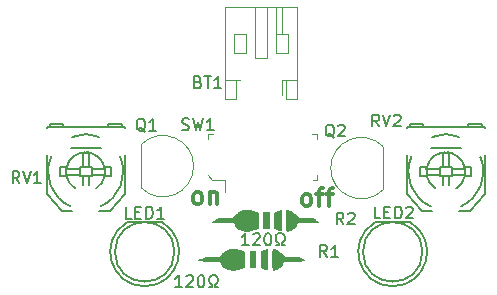
<source format=gbr>
G04 #@! TF.FileFunction,Legend,Top*
%FSLAX46Y46*%
G04 Gerber Fmt 4.6, Leading zero omitted, Abs format (unit mm)*
G04 Created by KiCad (PCBNEW 4.0.7-e2-6376~58~ubuntu16.04.1) date Thu Nov 30 13:22:26 2017*
%MOMM*%
%LPD*%
G01*
G04 APERTURE LIST*
%ADD10C,0.020000*%
%ADD11C,0.300000*%
%ADD12C,0.150000*%
%ADD13C,0.120000*%
%ADD14C,0.100000*%
G04 APERTURE END LIST*
D10*
D11*
X153160715Y-80219571D02*
X153017857Y-80148143D01*
X152946429Y-80076714D01*
X152875000Y-79933857D01*
X152875000Y-79505286D01*
X152946429Y-79362429D01*
X153017857Y-79291000D01*
X153160715Y-79219571D01*
X153375000Y-79219571D01*
X153517857Y-79291000D01*
X153589286Y-79362429D01*
X153660715Y-79505286D01*
X153660715Y-79933857D01*
X153589286Y-80076714D01*
X153517857Y-80148143D01*
X153375000Y-80219571D01*
X153160715Y-80219571D01*
X154089286Y-79219571D02*
X154660715Y-79219571D01*
X154303572Y-80219571D02*
X154303572Y-78933857D01*
X154375000Y-78791000D01*
X154517858Y-78719571D01*
X154660715Y-78719571D01*
X154946429Y-79219571D02*
X155517858Y-79219571D01*
X155160715Y-80219571D02*
X155160715Y-78933857D01*
X155232143Y-78791000D01*
X155375001Y-78719571D01*
X155517858Y-78719571D01*
X143929286Y-80064571D02*
X143786428Y-79993143D01*
X143715000Y-79921714D01*
X143643571Y-79778857D01*
X143643571Y-79350286D01*
X143715000Y-79207429D01*
X143786428Y-79136000D01*
X143929286Y-79064571D01*
X144143571Y-79064571D01*
X144286428Y-79136000D01*
X144357857Y-79207429D01*
X144429286Y-79350286D01*
X144429286Y-79778857D01*
X144357857Y-79921714D01*
X144286428Y-79993143D01*
X144143571Y-80064571D01*
X143929286Y-80064571D01*
X145072143Y-79064571D02*
X145072143Y-80064571D01*
X145072143Y-79207429D02*
X145143571Y-79136000D01*
X145286429Y-79064571D01*
X145500714Y-79064571D01*
X145643571Y-79136000D01*
X145715000Y-79278857D01*
X145715000Y-80064571D01*
D10*
G36*
X150479258Y-83829448D02*
X150560116Y-83837928D01*
X150650115Y-83862071D01*
X150746035Y-83899923D01*
X150844654Y-83949535D01*
X150942754Y-84008957D01*
X151037113Y-84076236D01*
X151124510Y-84149423D01*
X151201726Y-84226566D01*
X151265539Y-84305715D01*
X151432663Y-84542824D01*
X152133541Y-84542824D01*
X152349067Y-84543399D01*
X152516621Y-84545775D01*
X152642963Y-84550929D01*
X152734856Y-84559839D01*
X152799059Y-84573481D01*
X152842336Y-84592833D01*
X152871448Y-84618871D01*
X152893156Y-84652573D01*
X152920974Y-84726809D01*
X152920974Y-84797839D01*
X152893156Y-84872074D01*
X152871351Y-84905852D01*
X152841866Y-84931933D01*
X152797656Y-84951309D01*
X152731681Y-84964969D01*
X152636896Y-84973902D01*
X152506260Y-84979100D01*
X152332730Y-84981552D01*
X152109262Y-84982248D01*
X151384100Y-84982666D01*
X151262297Y-85196008D01*
X151206445Y-85280404D01*
X151139275Y-85356816D01*
X151059169Y-85426656D01*
X150964510Y-85491335D01*
X150853679Y-85552264D01*
X150759945Y-85599141D01*
X150679131Y-85638553D01*
X150610279Y-85668941D01*
X150552434Y-85688748D01*
X150504638Y-85696413D01*
X150465934Y-85690377D01*
X150435366Y-85669083D01*
X150411977Y-85630970D01*
X150394811Y-85574481D01*
X150382910Y-85498055D01*
X150375319Y-85400134D01*
X150371080Y-85279160D01*
X150369236Y-85133572D01*
X150368832Y-84961813D01*
X150368910Y-84762322D01*
X150369131Y-84517994D01*
X150370189Y-84320482D01*
X150372669Y-84164815D01*
X150377161Y-84046026D01*
X150384251Y-83959145D01*
X150394528Y-83899203D01*
X150408579Y-83861232D01*
X150426993Y-83840261D01*
X150450356Y-83831323D01*
X150479258Y-83829448D01*
X150479258Y-83829448D01*
G37*
G36*
X149657177Y-83943730D02*
X149768548Y-83900226D01*
X149867748Y-83869542D01*
X149943975Y-83854493D01*
X149986424Y-83857896D01*
X149996907Y-83881522D01*
X150006307Y-83936037D01*
X150014596Y-84017320D01*
X150021747Y-84121251D01*
X150027731Y-84243710D01*
X150032521Y-84380577D01*
X150036089Y-84527733D01*
X150038409Y-84681056D01*
X150039452Y-84836427D01*
X150039190Y-84989727D01*
X150037596Y-85136834D01*
X150034642Y-85273628D01*
X150030301Y-85395991D01*
X150024545Y-85499801D01*
X150017346Y-85580939D01*
X150008677Y-85635284D01*
X149998511Y-85658717D01*
X149959803Y-85659094D01*
X149884832Y-85641727D01*
X149784402Y-85609658D01*
X149669315Y-85565929D01*
X149381273Y-85448253D01*
X149381219Y-84755359D01*
X149381165Y-84062462D01*
X149657177Y-83943730D01*
X149657177Y-83943730D01*
G37*
G36*
X148722671Y-84048949D02*
X148997048Y-84048949D01*
X148997048Y-84762322D01*
X148997048Y-85475699D01*
X148722671Y-85475699D01*
X148448302Y-85475699D01*
X148448302Y-84762322D01*
X148448302Y-84048949D01*
X148722671Y-84048949D01*
X148722671Y-84048949D01*
G37*
G36*
X144453411Y-84608670D02*
X144484918Y-84591092D01*
X144541648Y-84576267D01*
X144623813Y-84564179D01*
X144731628Y-84554809D01*
X144865305Y-84548139D01*
X145025057Y-84544150D01*
X145211098Y-84542824D01*
X145902926Y-84542824D01*
X146071160Y-84304147D01*
X146131746Y-84225172D01*
X146197048Y-84153396D01*
X146266984Y-84088839D01*
X146341472Y-84031517D01*
X146420429Y-83981449D01*
X146503775Y-83938653D01*
X146591426Y-83903145D01*
X146683301Y-83874945D01*
X146779317Y-83854070D01*
X146879392Y-83840538D01*
X146983444Y-83834366D01*
X147091392Y-83835574D01*
X147203152Y-83844178D01*
X147318644Y-83860196D01*
X147437784Y-83883646D01*
X147560490Y-83914546D01*
X147686682Y-83952915D01*
X148061732Y-84076394D01*
X148062948Y-84769812D01*
X148064173Y-85463242D01*
X147913209Y-85491690D01*
X147835140Y-85510043D01*
X147734126Y-85538983D01*
X147623208Y-85574538D01*
X147515428Y-85612734D01*
X147420063Y-85643363D01*
X147321220Y-85665459D01*
X147219807Y-85679297D01*
X147116732Y-85685156D01*
X147012902Y-85683313D01*
X146909225Y-85674046D01*
X146806609Y-85657631D01*
X146705961Y-85634346D01*
X146608190Y-85604469D01*
X146514203Y-85568276D01*
X146424908Y-85526046D01*
X146341212Y-85478056D01*
X146264023Y-85424582D01*
X146194250Y-85365903D01*
X146132799Y-85302296D01*
X146080579Y-85234038D01*
X146038498Y-85161407D01*
X145951492Y-84984319D01*
X145226339Y-84983070D01*
X145005346Y-84982090D01*
X144832959Y-84979395D01*
X144702481Y-84974064D01*
X144607216Y-84965178D01*
X144540469Y-84951815D01*
X144495542Y-84933058D01*
X144465739Y-84907985D01*
X144444365Y-84875678D01*
X144396240Y-84763535D01*
X144398957Y-84683307D01*
X144453411Y-84608670D01*
X144453411Y-84608670D01*
G37*
G36*
X151629258Y-80529448D02*
X151710116Y-80537928D01*
X151800115Y-80562071D01*
X151896035Y-80599923D01*
X151994654Y-80649535D01*
X152092754Y-80708957D01*
X152187113Y-80776236D01*
X152274510Y-80849423D01*
X152351726Y-80926566D01*
X152415539Y-81005715D01*
X152582663Y-81242824D01*
X153283541Y-81242824D01*
X153499067Y-81243399D01*
X153666621Y-81245775D01*
X153792963Y-81250929D01*
X153884856Y-81259839D01*
X153949059Y-81273481D01*
X153992336Y-81292833D01*
X154021448Y-81318871D01*
X154043156Y-81352573D01*
X154070974Y-81426809D01*
X154070974Y-81497839D01*
X154043156Y-81572074D01*
X154021351Y-81605852D01*
X153991866Y-81631933D01*
X153947656Y-81651309D01*
X153881681Y-81664969D01*
X153786896Y-81673902D01*
X153656260Y-81679100D01*
X153482730Y-81681552D01*
X153259262Y-81682248D01*
X152534100Y-81682666D01*
X152412297Y-81896008D01*
X152356445Y-81980404D01*
X152289275Y-82056816D01*
X152209169Y-82126656D01*
X152114510Y-82191335D01*
X152003679Y-82252264D01*
X151909945Y-82299141D01*
X151829131Y-82338553D01*
X151760279Y-82368941D01*
X151702434Y-82388748D01*
X151654638Y-82396413D01*
X151615934Y-82390377D01*
X151585366Y-82369083D01*
X151561977Y-82330970D01*
X151544811Y-82274481D01*
X151532910Y-82198055D01*
X151525319Y-82100134D01*
X151521080Y-81979160D01*
X151519236Y-81833572D01*
X151518832Y-81661813D01*
X151518910Y-81462322D01*
X151519131Y-81217994D01*
X151520189Y-81020482D01*
X151522669Y-80864815D01*
X151527161Y-80746026D01*
X151534251Y-80659145D01*
X151544528Y-80599203D01*
X151558579Y-80561232D01*
X151576993Y-80540261D01*
X151600356Y-80531323D01*
X151629258Y-80529448D01*
X151629258Y-80529448D01*
G37*
G36*
X150807177Y-80643730D02*
X150918548Y-80600226D01*
X151017748Y-80569542D01*
X151093975Y-80554493D01*
X151136424Y-80557896D01*
X151146907Y-80581522D01*
X151156307Y-80636037D01*
X151164596Y-80717320D01*
X151171747Y-80821251D01*
X151177731Y-80943710D01*
X151182521Y-81080577D01*
X151186089Y-81227733D01*
X151188409Y-81381056D01*
X151189452Y-81536427D01*
X151189190Y-81689727D01*
X151187596Y-81836834D01*
X151184642Y-81973628D01*
X151180301Y-82095991D01*
X151174545Y-82199801D01*
X151167346Y-82280939D01*
X151158677Y-82335284D01*
X151148511Y-82358717D01*
X151109803Y-82359094D01*
X151034832Y-82341727D01*
X150934402Y-82309658D01*
X150819315Y-82265929D01*
X150531273Y-82148253D01*
X150531219Y-81455359D01*
X150531165Y-80762462D01*
X150807177Y-80643730D01*
X150807177Y-80643730D01*
G37*
G36*
X149872671Y-80748949D02*
X150147048Y-80748949D01*
X150147048Y-81462322D01*
X150147048Y-82175699D01*
X149872671Y-82175699D01*
X149598302Y-82175699D01*
X149598302Y-81462322D01*
X149598302Y-80748949D01*
X149872671Y-80748949D01*
X149872671Y-80748949D01*
G37*
G36*
X145603411Y-81308670D02*
X145634918Y-81291092D01*
X145691648Y-81276267D01*
X145773813Y-81264179D01*
X145881628Y-81254809D01*
X146015305Y-81248139D01*
X146175057Y-81244150D01*
X146361098Y-81242824D01*
X147052926Y-81242824D01*
X147221160Y-81004147D01*
X147281746Y-80925172D01*
X147347048Y-80853396D01*
X147416984Y-80788839D01*
X147491472Y-80731517D01*
X147570429Y-80681449D01*
X147653775Y-80638653D01*
X147741426Y-80603145D01*
X147833301Y-80574945D01*
X147929317Y-80554070D01*
X148029392Y-80540538D01*
X148133444Y-80534366D01*
X148241392Y-80535574D01*
X148353152Y-80544178D01*
X148468644Y-80560196D01*
X148587784Y-80583646D01*
X148710490Y-80614546D01*
X148836682Y-80652915D01*
X149211732Y-80776394D01*
X149212948Y-81469812D01*
X149214173Y-82163242D01*
X149063209Y-82191690D01*
X148985140Y-82210043D01*
X148884126Y-82238983D01*
X148773208Y-82274538D01*
X148665428Y-82312734D01*
X148570063Y-82343363D01*
X148471220Y-82365459D01*
X148369807Y-82379297D01*
X148266732Y-82385156D01*
X148162902Y-82383313D01*
X148059225Y-82374046D01*
X147956609Y-82357631D01*
X147855961Y-82334346D01*
X147758190Y-82304469D01*
X147664203Y-82268276D01*
X147574908Y-82226046D01*
X147491212Y-82178056D01*
X147414023Y-82124582D01*
X147344250Y-82065903D01*
X147282799Y-82002296D01*
X147230579Y-81934038D01*
X147188498Y-81861407D01*
X147101492Y-81684319D01*
X146376339Y-81683070D01*
X146155346Y-81682090D01*
X145982959Y-81679395D01*
X145852481Y-81674064D01*
X145757216Y-81665178D01*
X145690469Y-81651815D01*
X145645542Y-81633058D01*
X145615739Y-81607985D01*
X145594365Y-81575678D01*
X145546240Y-81463535D01*
X145548957Y-81383307D01*
X145603411Y-81308670D01*
X145603411Y-81308670D01*
G37*
D12*
X138028096Y-81608112D02*
G75*
G03X141053000Y-81593000I1524904J-2484888D01*
G01*
X138053000Y-81593000D02*
X141053000Y-81593000D01*
X142070936Y-84093000D02*
G75*
G03X142070936Y-84093000I-2517936J0D01*
G01*
X159028096Y-81608112D02*
G75*
G03X162053000Y-81593000I1524904J-2484888D01*
G01*
X159053000Y-81593000D02*
X162053000Y-81593000D01*
X163070936Y-84093000D02*
G75*
G03X163070936Y-84093000I-2517936J0D01*
G01*
X134807640Y-77703360D02*
X134807640Y-78465360D01*
X134299640Y-77703360D02*
X134299640Y-78465360D01*
X134807640Y-75671360D02*
G75*
G03X132902640Y-77068360I-254000J-1651000D01*
G01*
X136204640Y-77195360D02*
G75*
G03X134426640Y-75671360I-1651000J-127000D01*
G01*
X133156640Y-76433360D02*
G75*
G03X133664640Y-78719360I1397000J-889000D01*
G01*
X135442640Y-78719360D02*
G75*
G03X135950640Y-76433360I-889000J1397000D01*
G01*
X137855640Y-73512360D02*
X137855640Y-73639360D01*
X137855640Y-77322360D02*
X137855640Y-75925360D01*
X131251640Y-73512360D02*
X131251640Y-73639360D01*
X131251640Y-77322360D02*
X131251640Y-75925360D01*
X135696640Y-74401360D02*
X135315640Y-74274360D01*
X135315640Y-74274360D02*
X134553640Y-74147360D01*
X134553640Y-74147360D02*
X133791640Y-74274360D01*
X133791640Y-74274360D02*
X133410640Y-74401360D01*
X135823640Y-75290360D02*
X133283640Y-75290360D01*
X131632640Y-76052360D02*
G75*
G03X133283640Y-80243360I2921000J-1270000D01*
G01*
X135823640Y-80243360D02*
G75*
G03X137474640Y-76052360I-1270000J2921000D01*
G01*
X132521640Y-80624360D02*
X133410640Y-80624360D01*
X135696640Y-80624360D02*
X136585640Y-80624360D01*
X132902640Y-77703360D02*
X132394640Y-77703360D01*
X132394640Y-77703360D02*
X132394640Y-76941360D01*
X132394640Y-76941360D02*
X132902640Y-76941360D01*
X136204640Y-77703360D02*
X136712640Y-77703360D01*
X136712640Y-77703360D02*
X136712640Y-76941360D01*
X136712640Y-76941360D02*
X136204640Y-76941360D01*
X134045640Y-77068360D02*
X132902640Y-77068360D01*
X134045640Y-77576360D02*
X132902640Y-77576360D01*
X135061640Y-77068360D02*
X136204640Y-77068360D01*
X135061640Y-77576360D02*
X136204640Y-77576360D01*
X134299640Y-76941360D02*
X134299640Y-75671360D01*
X134807640Y-76941360D02*
X134807640Y-75671360D01*
X135061640Y-77703360D02*
X135061640Y-76941360D01*
X135061640Y-76941360D02*
X134045640Y-76941360D01*
X134045640Y-76941360D02*
X134045640Y-77703360D01*
X134045640Y-77703360D02*
X135061640Y-77703360D01*
X136585640Y-80624360D02*
X137855640Y-79227360D01*
X137855640Y-79227360D02*
X137855640Y-77322360D01*
X132521640Y-80624360D02*
X131251640Y-79227360D01*
X131251640Y-79227360D02*
X131251640Y-77322360D01*
X131505640Y-73512360D02*
X131505640Y-73258360D01*
X131505640Y-73258360D02*
X132648640Y-73258360D01*
X132648640Y-73258360D02*
X132648640Y-73512360D01*
X137601640Y-73512360D02*
X137601640Y-73258360D01*
X137601640Y-73258360D02*
X136458640Y-73258360D01*
X136458640Y-73258360D02*
X136458640Y-73512360D01*
X137855640Y-73512360D02*
X131251640Y-73512360D01*
X165307640Y-77703360D02*
X165307640Y-78465360D01*
X164799640Y-77703360D02*
X164799640Y-78465360D01*
X165307640Y-75671360D02*
G75*
G03X163402640Y-77068360I-254000J-1651000D01*
G01*
X166704640Y-77195360D02*
G75*
G03X164926640Y-75671360I-1651000J-127000D01*
G01*
X163656640Y-76433360D02*
G75*
G03X164164640Y-78719360I1397000J-889000D01*
G01*
X165942640Y-78719360D02*
G75*
G03X166450640Y-76433360I-889000J1397000D01*
G01*
X168355640Y-73512360D02*
X168355640Y-73639360D01*
X168355640Y-77322360D02*
X168355640Y-75925360D01*
X161751640Y-73512360D02*
X161751640Y-73639360D01*
X161751640Y-77322360D02*
X161751640Y-75925360D01*
X166196640Y-74401360D02*
X165815640Y-74274360D01*
X165815640Y-74274360D02*
X165053640Y-74147360D01*
X165053640Y-74147360D02*
X164291640Y-74274360D01*
X164291640Y-74274360D02*
X163910640Y-74401360D01*
X166323640Y-75290360D02*
X163783640Y-75290360D01*
X162132640Y-76052360D02*
G75*
G03X163783640Y-80243360I2921000J-1270000D01*
G01*
X166323640Y-80243360D02*
G75*
G03X167974640Y-76052360I-1270000J2921000D01*
G01*
X163021640Y-80624360D02*
X163910640Y-80624360D01*
X166196640Y-80624360D02*
X167085640Y-80624360D01*
X163402640Y-77703360D02*
X162894640Y-77703360D01*
X162894640Y-77703360D02*
X162894640Y-76941360D01*
X162894640Y-76941360D02*
X163402640Y-76941360D01*
X166704640Y-77703360D02*
X167212640Y-77703360D01*
X167212640Y-77703360D02*
X167212640Y-76941360D01*
X167212640Y-76941360D02*
X166704640Y-76941360D01*
X164545640Y-77068360D02*
X163402640Y-77068360D01*
X164545640Y-77576360D02*
X163402640Y-77576360D01*
X165561640Y-77068360D02*
X166704640Y-77068360D01*
X165561640Y-77576360D02*
X166704640Y-77576360D01*
X164799640Y-76941360D02*
X164799640Y-75671360D01*
X165307640Y-76941360D02*
X165307640Y-75671360D01*
X165561640Y-77703360D02*
X165561640Y-76941360D01*
X165561640Y-76941360D02*
X164545640Y-76941360D01*
X164545640Y-76941360D02*
X164545640Y-77703360D01*
X164545640Y-77703360D02*
X165561640Y-77703360D01*
X167085640Y-80624360D02*
X168355640Y-79227360D01*
X168355640Y-79227360D02*
X168355640Y-77322360D01*
X163021640Y-80624360D02*
X161751640Y-79227360D01*
X161751640Y-79227360D02*
X161751640Y-77322360D01*
X162005640Y-73512360D02*
X162005640Y-73258360D01*
X162005640Y-73258360D02*
X163148640Y-73258360D01*
X163148640Y-73258360D02*
X163148640Y-73512360D01*
X168101640Y-73512360D02*
X168101640Y-73258360D01*
X168101640Y-73258360D02*
X166958640Y-73258360D01*
X166958640Y-73258360D02*
X166958640Y-73512360D01*
X168355640Y-73512360D02*
X161751640Y-73512360D01*
X154198000Y-81573000D02*
X153563000Y-81573000D01*
X145943000Y-81573000D02*
X145308000Y-81573000D01*
D13*
X139253000Y-75043000D02*
X139253000Y-78643000D01*
X139264522Y-75004522D02*
G75*
G02X143703000Y-76843000I1838478J-1838478D01*
G01*
X139264522Y-78681478D02*
G75*
G03X143703000Y-76843000I1838478J1838478D01*
G01*
X159753000Y-78803000D02*
X159753000Y-75203000D01*
X159741478Y-78841478D02*
G75*
G02X155303000Y-77003000I-1838478J1838478D01*
G01*
X159741478Y-75164522D02*
G75*
G03X155303000Y-77003000I-1838478J-1838478D01*
G01*
D12*
X144158000Y-84773000D02*
X144793000Y-84773000D01*
X152413000Y-84773000D02*
X153048000Y-84773000D01*
D13*
X149903000Y-63373000D02*
X149903000Y-67723000D01*
X149903000Y-67723000D02*
X148903000Y-67723000D01*
X148903000Y-67723000D02*
X148903000Y-63373000D01*
X151203000Y-69573000D02*
X151553000Y-69573000D01*
X151553000Y-69573000D02*
X151553000Y-71173000D01*
X151553000Y-71173000D02*
X152453000Y-71173000D01*
X152453000Y-71173000D02*
X152453000Y-63373000D01*
X152453000Y-63373000D02*
X146353000Y-63373000D01*
X146353000Y-63373000D02*
X146353000Y-71173000D01*
X146353000Y-71173000D02*
X147253000Y-71173000D01*
X147253000Y-71173000D02*
X147253000Y-69573000D01*
X147253000Y-69573000D02*
X147603000Y-69573000D01*
X152453000Y-69573000D02*
X151553000Y-69573000D01*
X146353000Y-69573000D02*
X147253000Y-69573000D01*
X151703000Y-67223000D02*
X151703000Y-65623000D01*
X151703000Y-65623000D02*
X150703000Y-65623000D01*
X150703000Y-65623000D02*
X150703000Y-67223000D01*
X150703000Y-67223000D02*
X151703000Y-67223000D01*
X147103000Y-67223000D02*
X147103000Y-65623000D01*
X147103000Y-65623000D02*
X148103000Y-65623000D01*
X148103000Y-65623000D02*
X148103000Y-67223000D01*
X148103000Y-67223000D02*
X147103000Y-67223000D01*
X150703000Y-65623000D02*
X150703000Y-63373000D01*
X151203000Y-65623000D02*
X151203000Y-63373000D01*
X151203000Y-69573000D02*
X151203000Y-70773000D01*
D14*
X144878000Y-77623000D02*
X145228000Y-77998000D01*
X145228000Y-77998000D02*
X146328000Y-77998000D01*
X146328000Y-77998000D02*
X146328000Y-79048000D01*
X145353000Y-74148000D02*
X144878000Y-74148000D01*
X144878000Y-74148000D02*
X144878000Y-74548000D01*
X154128000Y-77623000D02*
X154128000Y-77998000D01*
X154128000Y-77998000D02*
X153778000Y-77998000D01*
X153728000Y-74148000D02*
X154128000Y-74148000D01*
X154128000Y-74148000D02*
X154128000Y-74523000D01*
D12*
X138443953Y-81275381D02*
X137967762Y-81275381D01*
X137967762Y-80275381D01*
X138777286Y-80751571D02*
X139110620Y-80751571D01*
X139253477Y-81275381D02*
X138777286Y-81275381D01*
X138777286Y-80275381D01*
X139253477Y-80275381D01*
X139682048Y-81275381D02*
X139682048Y-80275381D01*
X139920143Y-80275381D01*
X140063001Y-80323000D01*
X140158239Y-80418238D01*
X140205858Y-80513476D01*
X140253477Y-80703952D01*
X140253477Y-80846810D01*
X140205858Y-81037286D01*
X140158239Y-81132524D01*
X140063001Y-81227762D01*
X139920143Y-81275381D01*
X139682048Y-81275381D01*
X141205858Y-81275381D02*
X140634429Y-81275381D01*
X140920143Y-81275381D02*
X140920143Y-80275381D01*
X140824905Y-80418238D01*
X140729667Y-80513476D01*
X140634429Y-80561095D01*
X159513953Y-81255381D02*
X159037762Y-81255381D01*
X159037762Y-80255381D01*
X159847286Y-80731571D02*
X160180620Y-80731571D01*
X160323477Y-81255381D02*
X159847286Y-81255381D01*
X159847286Y-80255381D01*
X160323477Y-80255381D01*
X160752048Y-81255381D02*
X160752048Y-80255381D01*
X160990143Y-80255381D01*
X161133001Y-80303000D01*
X161228239Y-80398238D01*
X161275858Y-80493476D01*
X161323477Y-80683952D01*
X161323477Y-80826810D01*
X161275858Y-81017286D01*
X161228239Y-81112524D01*
X161133001Y-81207762D01*
X160990143Y-81255381D01*
X160752048Y-81255381D01*
X161704429Y-80350619D02*
X161752048Y-80303000D01*
X161847286Y-80255381D01*
X162085382Y-80255381D01*
X162180620Y-80303000D01*
X162228239Y-80350619D01*
X162275858Y-80445857D01*
X162275858Y-80541095D01*
X162228239Y-80683952D01*
X161656810Y-81255381D01*
X162275858Y-81255381D01*
X128957762Y-78275381D02*
X128624428Y-77799190D01*
X128386333Y-78275381D02*
X128386333Y-77275381D01*
X128767286Y-77275381D01*
X128862524Y-77323000D01*
X128910143Y-77370619D01*
X128957762Y-77465857D01*
X128957762Y-77608714D01*
X128910143Y-77703952D01*
X128862524Y-77751571D01*
X128767286Y-77799190D01*
X128386333Y-77799190D01*
X129243476Y-77275381D02*
X129576809Y-78275381D01*
X129910143Y-77275381D01*
X130767286Y-78275381D02*
X130195857Y-78275381D01*
X130481571Y-78275381D02*
X130481571Y-77275381D01*
X130386333Y-77418238D01*
X130291095Y-77513476D01*
X130195857Y-77561095D01*
X159407762Y-73475381D02*
X159074428Y-72999190D01*
X158836333Y-73475381D02*
X158836333Y-72475381D01*
X159217286Y-72475381D01*
X159312524Y-72523000D01*
X159360143Y-72570619D01*
X159407762Y-72665857D01*
X159407762Y-72808714D01*
X159360143Y-72903952D01*
X159312524Y-72951571D01*
X159217286Y-72999190D01*
X158836333Y-72999190D01*
X159693476Y-72475381D02*
X160026809Y-73475381D01*
X160360143Y-72475381D01*
X160645857Y-72570619D02*
X160693476Y-72523000D01*
X160788714Y-72475381D01*
X161026810Y-72475381D01*
X161122048Y-72523000D01*
X161169667Y-72570619D01*
X161217286Y-72665857D01*
X161217286Y-72761095D01*
X161169667Y-72903952D01*
X160598238Y-73475381D01*
X161217286Y-73475381D01*
X156386334Y-81775381D02*
X156053000Y-81299190D01*
X155814905Y-81775381D02*
X155814905Y-80775381D01*
X156195858Y-80775381D01*
X156291096Y-80823000D01*
X156338715Y-80870619D01*
X156386334Y-80965857D01*
X156386334Y-81108714D01*
X156338715Y-81203952D01*
X156291096Y-81251571D01*
X156195858Y-81299190D01*
X155814905Y-81299190D01*
X156767286Y-80870619D02*
X156814905Y-80823000D01*
X156910143Y-80775381D01*
X157148239Y-80775381D01*
X157243477Y-80823000D01*
X157291096Y-80870619D01*
X157338715Y-80965857D01*
X157338715Y-81061095D01*
X157291096Y-81203952D01*
X156719667Y-81775381D01*
X157338715Y-81775381D01*
X148364905Y-83525381D02*
X147793476Y-83525381D01*
X148079190Y-83525381D02*
X148079190Y-82525381D01*
X147983952Y-82668238D01*
X147888714Y-82763476D01*
X147793476Y-82811095D01*
X148745857Y-82620619D02*
X148793476Y-82573000D01*
X148888714Y-82525381D01*
X149126810Y-82525381D01*
X149222048Y-82573000D01*
X149269667Y-82620619D01*
X149317286Y-82715857D01*
X149317286Y-82811095D01*
X149269667Y-82953952D01*
X148698238Y-83525381D01*
X149317286Y-83525381D01*
X149936333Y-82525381D02*
X150031572Y-82525381D01*
X150126810Y-82573000D01*
X150174429Y-82620619D01*
X150222048Y-82715857D01*
X150269667Y-82906333D01*
X150269667Y-83144429D01*
X150222048Y-83334905D01*
X150174429Y-83430143D01*
X150126810Y-83477762D01*
X150031572Y-83525381D01*
X149936333Y-83525381D01*
X149841095Y-83477762D01*
X149793476Y-83430143D01*
X149745857Y-83334905D01*
X149698238Y-83144429D01*
X149698238Y-82906333D01*
X149745857Y-82715857D01*
X149793476Y-82620619D01*
X149841095Y-82573000D01*
X149936333Y-82525381D01*
X150650619Y-83525381D02*
X150888714Y-83525381D01*
X150888714Y-83334905D01*
X150793476Y-83287286D01*
X150698238Y-83192048D01*
X150650619Y-83049190D01*
X150650619Y-82811095D01*
X150698238Y-82668238D01*
X150793476Y-82573000D01*
X150936333Y-82525381D01*
X151126810Y-82525381D01*
X151269667Y-82573000D01*
X151364905Y-82668238D01*
X151412524Y-82811095D01*
X151412524Y-83049190D01*
X151364905Y-83192048D01*
X151269667Y-83287286D01*
X151174429Y-83334905D01*
X151174429Y-83525381D01*
X151412524Y-83525381D01*
X139607762Y-73920619D02*
X139512524Y-73873000D01*
X139417286Y-73777762D01*
X139274429Y-73634905D01*
X139179190Y-73587286D01*
X139083952Y-73587286D01*
X139131571Y-73825381D02*
X139036333Y-73777762D01*
X138941095Y-73682524D01*
X138893476Y-73492048D01*
X138893476Y-73158714D01*
X138941095Y-72968238D01*
X139036333Y-72873000D01*
X139131571Y-72825381D01*
X139322048Y-72825381D01*
X139417286Y-72873000D01*
X139512524Y-72968238D01*
X139560143Y-73158714D01*
X139560143Y-73492048D01*
X139512524Y-73682524D01*
X139417286Y-73777762D01*
X139322048Y-73825381D01*
X139131571Y-73825381D01*
X140512524Y-73825381D02*
X139941095Y-73825381D01*
X140226809Y-73825381D02*
X140226809Y-72825381D01*
X140131571Y-72968238D01*
X140036333Y-73063476D01*
X139941095Y-73111095D01*
X155607762Y-74420619D02*
X155512524Y-74373000D01*
X155417286Y-74277762D01*
X155274429Y-74134905D01*
X155179190Y-74087286D01*
X155083952Y-74087286D01*
X155131571Y-74325381D02*
X155036333Y-74277762D01*
X154941095Y-74182524D01*
X154893476Y-73992048D01*
X154893476Y-73658714D01*
X154941095Y-73468238D01*
X155036333Y-73373000D01*
X155131571Y-73325381D01*
X155322048Y-73325381D01*
X155417286Y-73373000D01*
X155512524Y-73468238D01*
X155560143Y-73658714D01*
X155560143Y-73992048D01*
X155512524Y-74182524D01*
X155417286Y-74277762D01*
X155322048Y-74325381D01*
X155131571Y-74325381D01*
X155941095Y-73420619D02*
X155988714Y-73373000D01*
X156083952Y-73325381D01*
X156322048Y-73325381D01*
X156417286Y-73373000D01*
X156464905Y-73420619D01*
X156512524Y-73515857D01*
X156512524Y-73611095D01*
X156464905Y-73753952D01*
X155893476Y-74325381D01*
X156512524Y-74325381D01*
X154986334Y-84525381D02*
X154653000Y-84049190D01*
X154414905Y-84525381D02*
X154414905Y-83525381D01*
X154795858Y-83525381D01*
X154891096Y-83573000D01*
X154938715Y-83620619D01*
X154986334Y-83715857D01*
X154986334Y-83858714D01*
X154938715Y-83953952D01*
X154891096Y-84001571D01*
X154795858Y-84049190D01*
X154414905Y-84049190D01*
X155938715Y-84525381D02*
X155367286Y-84525381D01*
X155653000Y-84525381D02*
X155653000Y-83525381D01*
X155557762Y-83668238D01*
X155462524Y-83763476D01*
X155367286Y-83811095D01*
X142714905Y-87075381D02*
X142143476Y-87075381D01*
X142429190Y-87075381D02*
X142429190Y-86075381D01*
X142333952Y-86218238D01*
X142238714Y-86313476D01*
X142143476Y-86361095D01*
X143095857Y-86170619D02*
X143143476Y-86123000D01*
X143238714Y-86075381D01*
X143476810Y-86075381D01*
X143572048Y-86123000D01*
X143619667Y-86170619D01*
X143667286Y-86265857D01*
X143667286Y-86361095D01*
X143619667Y-86503952D01*
X143048238Y-87075381D01*
X143667286Y-87075381D01*
X144286333Y-86075381D02*
X144381572Y-86075381D01*
X144476810Y-86123000D01*
X144524429Y-86170619D01*
X144572048Y-86265857D01*
X144619667Y-86456333D01*
X144619667Y-86694429D01*
X144572048Y-86884905D01*
X144524429Y-86980143D01*
X144476810Y-87027762D01*
X144381572Y-87075381D01*
X144286333Y-87075381D01*
X144191095Y-87027762D01*
X144143476Y-86980143D01*
X144095857Y-86884905D01*
X144048238Y-86694429D01*
X144048238Y-86456333D01*
X144095857Y-86265857D01*
X144143476Y-86170619D01*
X144191095Y-86123000D01*
X144286333Y-86075381D01*
X145000619Y-87075381D02*
X145238714Y-87075381D01*
X145238714Y-86884905D01*
X145143476Y-86837286D01*
X145048238Y-86742048D01*
X145000619Y-86599190D01*
X145000619Y-86361095D01*
X145048238Y-86218238D01*
X145143476Y-86123000D01*
X145286333Y-86075381D01*
X145476810Y-86075381D01*
X145619667Y-86123000D01*
X145714905Y-86218238D01*
X145762524Y-86361095D01*
X145762524Y-86599190D01*
X145714905Y-86742048D01*
X145619667Y-86837286D01*
X145524429Y-86884905D01*
X145524429Y-87075381D01*
X145762524Y-87075381D01*
X144086286Y-69713571D02*
X144229143Y-69761190D01*
X144276762Y-69808810D01*
X144324381Y-69904048D01*
X144324381Y-70046905D01*
X144276762Y-70142143D01*
X144229143Y-70189762D01*
X144133905Y-70237381D01*
X143752952Y-70237381D01*
X143752952Y-69237381D01*
X144086286Y-69237381D01*
X144181524Y-69285000D01*
X144229143Y-69332619D01*
X144276762Y-69427857D01*
X144276762Y-69523095D01*
X144229143Y-69618333D01*
X144181524Y-69665952D01*
X144086286Y-69713571D01*
X143752952Y-69713571D01*
X144610095Y-69237381D02*
X145181524Y-69237381D01*
X144895809Y-70237381D02*
X144895809Y-69237381D01*
X146038667Y-70237381D02*
X145467238Y-70237381D01*
X145752952Y-70237381D02*
X145752952Y-69237381D01*
X145657714Y-69380238D01*
X145562476Y-69475476D01*
X145467238Y-69523095D01*
X142720667Y-73745762D02*
X142863524Y-73793381D01*
X143101620Y-73793381D01*
X143196858Y-73745762D01*
X143244477Y-73698143D01*
X143292096Y-73602905D01*
X143292096Y-73507667D01*
X143244477Y-73412429D01*
X143196858Y-73364810D01*
X143101620Y-73317190D01*
X142911143Y-73269571D01*
X142815905Y-73221952D01*
X142768286Y-73174333D01*
X142720667Y-73079095D01*
X142720667Y-72983857D01*
X142768286Y-72888619D01*
X142815905Y-72841000D01*
X142911143Y-72793381D01*
X143149239Y-72793381D01*
X143292096Y-72841000D01*
X143625429Y-72793381D02*
X143863524Y-73793381D01*
X144054001Y-73079095D01*
X144244477Y-73793381D01*
X144482572Y-72793381D01*
X145387334Y-73793381D02*
X144815905Y-73793381D01*
X145101619Y-73793381D02*
X145101619Y-72793381D01*
X145006381Y-72936238D01*
X144911143Y-73031476D01*
X144815905Y-73079095D01*
M02*

</source>
